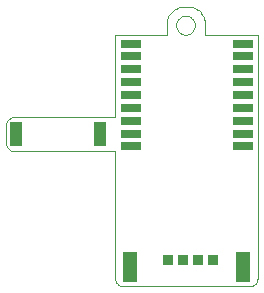
<source format=gbp>
G75*
%MOIN*%
%OFA0B0*%
%FSLAX24Y24*%
%IPPOS*%
%LPD*%
%AMOC8*
5,1,8,0,0,1.08239X$1,22.5*
%
%ADD10C,0.0000*%
%ADD11R,0.0394X0.0787*%
%ADD12R,0.0709X0.0276*%
%ADD13R,0.0709X0.0315*%
%ADD14R,0.0500X0.1000*%
%ADD15R,0.0320X0.0350*%
D10*
X009958Y013875D02*
X013333Y013875D01*
X013333Y009625D01*
X013335Y009595D01*
X013340Y009565D01*
X013349Y009536D01*
X013362Y009509D01*
X013377Y009483D01*
X013396Y009459D01*
X013417Y009438D01*
X013441Y009419D01*
X013467Y009404D01*
X013494Y009391D01*
X013523Y009382D01*
X013553Y009377D01*
X013583Y009375D01*
X017831Y009375D01*
X017861Y009377D01*
X017891Y009382D01*
X017920Y009391D01*
X017948Y009403D01*
X017973Y009419D01*
X017997Y009437D01*
X018019Y009458D01*
X018038Y009482D01*
X018053Y009508D01*
X018066Y009535D01*
X018075Y009564D01*
X018081Y009594D01*
X018083Y009624D01*
X018083Y017750D01*
X016333Y017750D01*
X016333Y018124D01*
X016333Y018125D02*
X016330Y018170D01*
X016323Y018215D01*
X016313Y018259D01*
X016300Y018303D01*
X016283Y018345D01*
X016263Y018386D01*
X016239Y018425D01*
X016213Y018462D01*
X016184Y018497D01*
X016152Y018529D01*
X016118Y018559D01*
X016082Y018586D01*
X016043Y018611D01*
X016003Y018632D01*
X015961Y018650D01*
X015918Y018664D01*
X015874Y018675D01*
X015829Y018683D01*
X015784Y018687D01*
X015738Y018688D01*
X015739Y018688D02*
X015603Y018688D01*
X015602Y018687D02*
X015555Y018682D01*
X015509Y018672D01*
X015464Y018660D01*
X015420Y018643D01*
X015377Y018624D01*
X015336Y018601D01*
X015297Y018575D01*
X015260Y018546D01*
X015226Y018514D01*
X015194Y018479D01*
X015164Y018442D01*
X015138Y018403D01*
X015115Y018362D01*
X015096Y018319D01*
X015079Y018275D01*
X015067Y018230D01*
X015057Y018184D01*
X015052Y018137D01*
X015050Y018090D01*
X015052Y018043D01*
X015052Y017750D01*
X013333Y017750D01*
X013333Y015000D01*
X009958Y015000D01*
X009928Y014998D01*
X009898Y014993D01*
X009869Y014984D01*
X009842Y014971D01*
X009816Y014956D01*
X009792Y014937D01*
X009771Y014916D01*
X009752Y014892D01*
X009737Y014866D01*
X009724Y014839D01*
X009715Y014810D01*
X009710Y014780D01*
X009708Y014750D01*
X009708Y014125D01*
X009710Y014095D01*
X009715Y014065D01*
X009724Y014036D01*
X009737Y014009D01*
X009752Y013983D01*
X009771Y013959D01*
X009792Y013938D01*
X009816Y013919D01*
X009842Y013904D01*
X009869Y013891D01*
X009898Y013882D01*
X009928Y013877D01*
X009958Y013875D01*
X015370Y018064D02*
X015372Y018099D01*
X015378Y018134D01*
X015388Y018167D01*
X015401Y018200D01*
X015418Y018231D01*
X015438Y018259D01*
X015462Y018285D01*
X015488Y018309D01*
X015516Y018329D01*
X015547Y018346D01*
X015580Y018359D01*
X015613Y018369D01*
X015648Y018375D01*
X015683Y018377D01*
X015718Y018375D01*
X015753Y018369D01*
X015786Y018359D01*
X015819Y018346D01*
X015850Y018329D01*
X015878Y018309D01*
X015904Y018285D01*
X015928Y018259D01*
X015948Y018231D01*
X015965Y018200D01*
X015978Y018167D01*
X015988Y018134D01*
X015994Y018099D01*
X015996Y018064D01*
X015994Y018029D01*
X015988Y017994D01*
X015978Y017961D01*
X015965Y017928D01*
X015948Y017897D01*
X015928Y017869D01*
X015904Y017843D01*
X015878Y017819D01*
X015850Y017799D01*
X015819Y017782D01*
X015786Y017769D01*
X015753Y017759D01*
X015718Y017753D01*
X015683Y017751D01*
X015648Y017753D01*
X015613Y017759D01*
X015580Y017769D01*
X015547Y017782D01*
X015516Y017799D01*
X015488Y017819D01*
X015462Y017843D01*
X015438Y017869D01*
X015418Y017897D01*
X015401Y017928D01*
X015388Y017961D01*
X015378Y017994D01*
X015372Y018029D01*
X015370Y018064D01*
D11*
X012833Y014436D03*
X010038Y014436D03*
D12*
X013852Y014032D03*
X013852Y017457D03*
X017592Y017457D03*
X017592Y014032D03*
D13*
X017592Y014445D03*
X017592Y014879D03*
X017592Y015312D03*
X017592Y015745D03*
X017592Y016178D03*
X017592Y016611D03*
X017592Y017044D03*
X013852Y017044D03*
X013852Y016611D03*
X013852Y016178D03*
X013852Y015745D03*
X013852Y015312D03*
X013852Y014879D03*
X013852Y014445D03*
D14*
X013833Y010000D03*
X017583Y010000D03*
D15*
X016583Y010250D03*
X016083Y010250D03*
X015583Y010250D03*
X015083Y010250D03*
M02*

</source>
